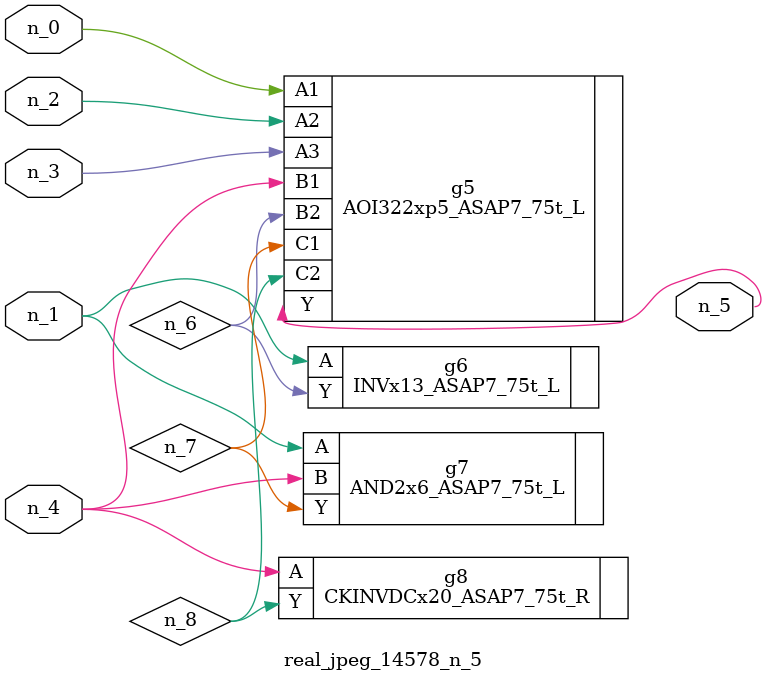
<source format=v>
module real_jpeg_14578_n_5 (n_4, n_0, n_1, n_2, n_3, n_5);

input n_4;
input n_0;
input n_1;
input n_2;
input n_3;

output n_5;

wire n_8;
wire n_6;
wire n_7;

AOI322xp5_ASAP7_75t_L g5 ( 
.A1(n_0),
.A2(n_2),
.A3(n_3),
.B1(n_4),
.B2(n_6),
.C1(n_7),
.C2(n_8),
.Y(n_5)
);

INVx13_ASAP7_75t_L g6 ( 
.A(n_1),
.Y(n_6)
);

AND2x6_ASAP7_75t_L g7 ( 
.A(n_1),
.B(n_4),
.Y(n_7)
);

CKINVDCx20_ASAP7_75t_R g8 ( 
.A(n_4),
.Y(n_8)
);


endmodule
</source>
